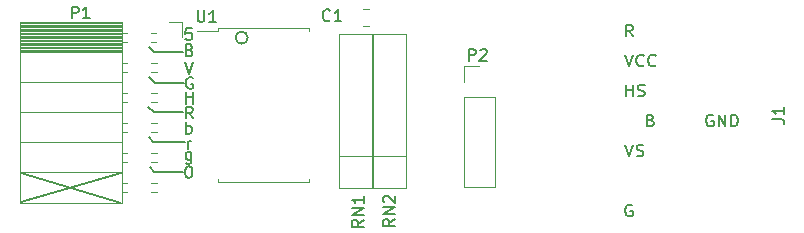
<source format=gto>
G04 #@! TF.GenerationSoftware,KiCad,Pcbnew,(5.1.12)-1*
G04 #@! TF.CreationDate,2021-12-03T20:04:06+01:00*
G04 #@! TF.ProjectId,buffer,62756666-6572-42e6-9b69-6361645f7063,rev?*
G04 #@! TF.SameCoordinates,Original*
G04 #@! TF.FileFunction,Legend,Top*
G04 #@! TF.FilePolarity,Positive*
%FSLAX46Y46*%
G04 Gerber Fmt 4.6, Leading zero omitted, Abs format (unit mm)*
G04 Created by KiCad (PCBNEW (5.1.12)-1) date 2021-12-03 20:04:06*
%MOMM*%
%LPD*%
G01*
G04 APERTURE LIST*
%ADD10C,0.150000*%
%ADD11C,0.120000*%
G04 APERTURE END LIST*
D10*
X79553904Y-48582960D02*
X79458666Y-48535340D01*
X79315809Y-48535340D01*
X79172952Y-48582960D01*
X79077714Y-48678198D01*
X79030095Y-48773436D01*
X78982476Y-48963912D01*
X78982476Y-49106769D01*
X79030095Y-49297245D01*
X79077714Y-49392483D01*
X79172952Y-49487721D01*
X79315809Y-49535340D01*
X79411047Y-49535340D01*
X79553904Y-49487721D01*
X79601523Y-49440102D01*
X79601523Y-49106769D01*
X79411047Y-49106769D01*
X78990476Y-43455340D02*
X79323809Y-44455340D01*
X79657142Y-43455340D01*
X79942857Y-44407721D02*
X80085714Y-44455340D01*
X80323809Y-44455340D01*
X80419047Y-44407721D01*
X80466666Y-44360102D01*
X80514285Y-44264864D01*
X80514285Y-44169626D01*
X80466666Y-44074388D01*
X80419047Y-44026769D01*
X80323809Y-43979150D01*
X80133333Y-43931531D01*
X80038095Y-43883912D01*
X79990476Y-43836293D01*
X79942857Y-43741055D01*
X79942857Y-43645817D01*
X79990476Y-43550579D01*
X80038095Y-43502960D01*
X80133333Y-43455340D01*
X80371428Y-43455340D01*
X80514285Y-43502960D01*
X86404095Y-40962960D02*
X86308857Y-40915340D01*
X86166000Y-40915340D01*
X86023142Y-40962960D01*
X85927904Y-41058198D01*
X85880285Y-41153436D01*
X85832666Y-41343912D01*
X85832666Y-41486769D01*
X85880285Y-41677245D01*
X85927904Y-41772483D01*
X86023142Y-41867721D01*
X86166000Y-41915340D01*
X86261238Y-41915340D01*
X86404095Y-41867721D01*
X86451714Y-41820102D01*
X86451714Y-41486769D01*
X86261238Y-41486769D01*
X86880285Y-41915340D02*
X86880285Y-40915340D01*
X87451714Y-41915340D01*
X87451714Y-40915340D01*
X87927904Y-41915340D02*
X87927904Y-40915340D01*
X88166000Y-40915340D01*
X88308857Y-40962960D01*
X88404095Y-41058198D01*
X88451714Y-41153436D01*
X88499333Y-41343912D01*
X88499333Y-41486769D01*
X88451714Y-41677245D01*
X88404095Y-41772483D01*
X88308857Y-41867721D01*
X88166000Y-41915340D01*
X87927904Y-41915340D01*
X81141428Y-41391531D02*
X81284285Y-41439150D01*
X81331904Y-41486769D01*
X81379523Y-41582007D01*
X81379523Y-41724864D01*
X81331904Y-41820102D01*
X81284285Y-41867721D01*
X81189047Y-41915340D01*
X80808095Y-41915340D01*
X80808095Y-40915340D01*
X81141428Y-40915340D01*
X81236666Y-40962960D01*
X81284285Y-41010579D01*
X81331904Y-41105817D01*
X81331904Y-41201055D01*
X81284285Y-41296293D01*
X81236666Y-41343912D01*
X81141428Y-41391531D01*
X80808095Y-41391531D01*
X79038095Y-39375340D02*
X79038095Y-38375340D01*
X79038095Y-38851531D02*
X79609523Y-38851531D01*
X79609523Y-39375340D02*
X79609523Y-38375340D01*
X80038095Y-39327721D02*
X80180952Y-39375340D01*
X80419047Y-39375340D01*
X80514285Y-39327721D01*
X80561904Y-39280102D01*
X80609523Y-39184864D01*
X80609523Y-39089626D01*
X80561904Y-38994388D01*
X80514285Y-38946769D01*
X80419047Y-38899150D01*
X80228571Y-38851531D01*
X80133333Y-38803912D01*
X80085714Y-38756293D01*
X80038095Y-38661055D01*
X80038095Y-38565817D01*
X80085714Y-38470579D01*
X80133333Y-38422960D01*
X80228571Y-38375340D01*
X80466666Y-38375340D01*
X80609523Y-38422960D01*
X78974666Y-35835340D02*
X79308000Y-36835340D01*
X79641333Y-35835340D01*
X80546095Y-36740102D02*
X80498476Y-36787721D01*
X80355619Y-36835340D01*
X80260380Y-36835340D01*
X80117523Y-36787721D01*
X80022285Y-36692483D01*
X79974666Y-36597245D01*
X79927047Y-36406769D01*
X79927047Y-36263912D01*
X79974666Y-36073436D01*
X80022285Y-35978198D01*
X80117523Y-35882960D01*
X80260380Y-35835340D01*
X80355619Y-35835340D01*
X80498476Y-35882960D01*
X80546095Y-35930579D01*
X81546095Y-36740102D02*
X81498476Y-36787721D01*
X81355619Y-36835340D01*
X81260380Y-36835340D01*
X81117523Y-36787721D01*
X81022285Y-36692483D01*
X80974666Y-36597245D01*
X80927047Y-36406769D01*
X80927047Y-36263912D01*
X80974666Y-36073436D01*
X81022285Y-35978198D01*
X81117523Y-35882960D01*
X81260380Y-35835340D01*
X81355619Y-35835340D01*
X81498476Y-35882960D01*
X81546095Y-35930579D01*
X79601523Y-34295340D02*
X79268190Y-33819150D01*
X79030095Y-34295340D02*
X79030095Y-33295340D01*
X79411047Y-33295340D01*
X79506285Y-33342960D01*
X79553904Y-33390579D01*
X79601523Y-33485817D01*
X79601523Y-33628674D01*
X79553904Y-33723912D01*
X79506285Y-33771531D01*
X79411047Y-33819150D01*
X79030095Y-33819150D01*
X47016782Y-34400960D02*
G75*
G03*
X47016782Y-34400960I-514782J0D01*
G01*
X27780800Y-48320960D02*
X36315200Y-45882560D01*
X27780800Y-45831760D02*
X36315200Y-48371760D01*
X39083800Y-45755560D02*
X41496800Y-45755560D01*
X38702800Y-45349160D02*
X39083800Y-45755560D01*
X39541000Y-43215560D02*
X41700000Y-43215560D01*
X39617200Y-38237160D02*
X41598400Y-38237160D01*
X39566400Y-40726360D02*
X41547600Y-40726360D01*
X39058400Y-35620960D02*
X41573000Y-35620960D01*
X38626600Y-35189160D02*
X39058400Y-35620960D01*
X39033000Y-43215560D02*
X38626600Y-42809160D01*
X39541000Y-43215560D02*
X39033000Y-43215560D01*
X39058400Y-40726360D02*
X38601200Y-40269160D01*
X39566400Y-40726360D02*
X39058400Y-40726360D01*
X39134600Y-38237160D02*
X38626600Y-37729160D01*
X39617200Y-38237160D02*
X39134600Y-38237160D01*
X41933371Y-43794940D02*
X41933371Y-43128274D01*
X41933371Y-43318750D02*
X41980990Y-43223512D01*
X42028609Y-43175893D01*
X42123847Y-43128274D01*
X42219085Y-43128274D01*
X42365123Y-41229540D02*
X42031790Y-40753350D01*
X41793695Y-41229540D02*
X41793695Y-40229540D01*
X42174647Y-40229540D01*
X42269885Y-40277160D01*
X42317504Y-40324779D01*
X42365123Y-40420017D01*
X42365123Y-40562874D01*
X42317504Y-40658112D01*
X42269885Y-40705731D01*
X42174647Y-40753350D01*
X41793695Y-40753350D01*
X42342904Y-37787960D02*
X42247666Y-37740340D01*
X42104809Y-37740340D01*
X41961952Y-37787960D01*
X41866714Y-37883198D01*
X41819095Y-37978436D01*
X41771476Y-38168912D01*
X41771476Y-38311769D01*
X41819095Y-38502245D01*
X41866714Y-38597483D01*
X41961952Y-38692721D01*
X42104809Y-38740340D01*
X42200047Y-38740340D01*
X42342904Y-38692721D01*
X42390523Y-38645102D01*
X42390523Y-38311769D01*
X42200047Y-38311769D01*
X41969880Y-45284140D02*
X42065119Y-45284140D01*
X42160357Y-45331760D01*
X42207976Y-45379379D01*
X42255595Y-45474617D01*
X42303214Y-45665093D01*
X42303214Y-45903188D01*
X42255595Y-46093664D01*
X42207976Y-46188902D01*
X42160357Y-46236521D01*
X42065119Y-46284140D01*
X41969880Y-46284140D01*
X41874642Y-46236521D01*
X41827023Y-46188902D01*
X41779404Y-46093664D01*
X41731785Y-45903188D01*
X41731785Y-45665093D01*
X41779404Y-45474617D01*
X41827023Y-45379379D01*
X41874642Y-45331760D01*
X41969880Y-45284140D01*
X42101628Y-35447931D02*
X42244485Y-35495550D01*
X42292104Y-35543169D01*
X42339723Y-35638407D01*
X42339723Y-35781264D01*
X42292104Y-35876502D01*
X42244485Y-35924121D01*
X42149247Y-35971740D01*
X41768295Y-35971740D01*
X41768295Y-34971740D01*
X42101628Y-34971740D01*
X42196866Y-35019360D01*
X42244485Y-35066979D01*
X42292104Y-35162217D01*
X42292104Y-35257455D01*
X42244485Y-35352693D01*
X42196866Y-35400312D01*
X42101628Y-35447931D01*
X41768295Y-35447931D01*
X42244485Y-44068074D02*
X42244485Y-44877598D01*
X42196866Y-44972836D01*
X42149247Y-45020455D01*
X42054009Y-45068074D01*
X41911152Y-45068074D01*
X41815914Y-45020455D01*
X42244485Y-44687121D02*
X42149247Y-44734740D01*
X41958771Y-44734740D01*
X41863533Y-44687121D01*
X41815914Y-44639502D01*
X41768295Y-44544264D01*
X41768295Y-44258550D01*
X41815914Y-44163312D01*
X41863533Y-44115693D01*
X41958771Y-44068074D01*
X42149247Y-44068074D01*
X42244485Y-44115693D01*
X41790514Y-42524940D02*
X41790514Y-41524940D01*
X41790514Y-41905893D02*
X41885752Y-41858274D01*
X42076228Y-41858274D01*
X42171466Y-41905893D01*
X42219085Y-41953512D01*
X42266704Y-42048750D01*
X42266704Y-42334464D01*
X42219085Y-42429702D01*
X42171466Y-42477321D01*
X42076228Y-42524940D01*
X41885752Y-42524940D01*
X41790514Y-42477321D01*
X41795285Y-39984940D02*
X41795285Y-38984940D01*
X41795285Y-39461131D02*
X42366714Y-39461131D01*
X42366714Y-39984940D02*
X42366714Y-38984940D01*
X41722266Y-36444940D02*
X42055600Y-37444940D01*
X42388933Y-36444940D01*
X42268295Y-33600140D02*
X41792104Y-33600140D01*
X41744485Y-34076331D01*
X41792104Y-34028712D01*
X41887342Y-33981093D01*
X42125438Y-33981093D01*
X42220676Y-34028712D01*
X42268295Y-34076331D01*
X42315914Y-34171569D01*
X42315914Y-34409664D01*
X42268295Y-34504902D01*
X42220676Y-34552521D01*
X42125438Y-34600140D01*
X41887342Y-34600140D01*
X41792104Y-34552521D01*
X41744485Y-34504902D01*
D11*
X65287400Y-47060160D02*
X67947400Y-47060160D01*
X65287400Y-39380160D02*
X65287400Y-47060160D01*
X67947400Y-39380160D02*
X67947400Y-47060160D01*
X65287400Y-39380160D02*
X67947400Y-39380160D01*
X65287400Y-38110160D02*
X65287400Y-36780160D01*
X65287400Y-36780160D02*
X66617400Y-36780160D01*
X54778000Y-44409360D02*
X57578000Y-44409360D01*
X54778000Y-34079360D02*
X54778000Y-47119360D01*
X57578000Y-34079360D02*
X54778000Y-34079360D01*
X57578000Y-47119360D02*
X57578000Y-34079360D01*
X54778000Y-47119360D02*
X57578000Y-47119360D01*
X40353800Y-33046360D02*
X41463800Y-33046360D01*
X41463800Y-33046360D02*
X41463800Y-34376360D01*
X27723800Y-33046360D02*
X27723800Y-48406360D01*
X27723800Y-48406360D02*
X36353800Y-48406360D01*
X36353800Y-33046360D02*
X36353800Y-48406360D01*
X27723800Y-33046360D02*
X36353800Y-33046360D01*
X27723800Y-45806360D02*
X36353800Y-45806360D01*
X27723800Y-43266360D02*
X36353800Y-43266360D01*
X27723800Y-40726360D02*
X36353800Y-40726360D01*
X27723800Y-38186360D02*
X36353800Y-38186360D01*
X27723800Y-35646360D02*
X36353800Y-35646360D01*
X38863800Y-47436360D02*
X39303800Y-47436360D01*
X36353800Y-47436360D02*
X36763800Y-47436360D01*
X38863800Y-46716360D02*
X39303800Y-46716360D01*
X36353800Y-46716360D02*
X36763800Y-46716360D01*
X38863800Y-44896360D02*
X39303800Y-44896360D01*
X36353800Y-44896360D02*
X36763800Y-44896360D01*
X38863800Y-44176360D02*
X39303800Y-44176360D01*
X36353800Y-44176360D02*
X36763800Y-44176360D01*
X38863800Y-42356360D02*
X39303800Y-42356360D01*
X36353800Y-42356360D02*
X36763800Y-42356360D01*
X38863800Y-41636360D02*
X39303800Y-41636360D01*
X36353800Y-41636360D02*
X36763800Y-41636360D01*
X38863800Y-39816360D02*
X39303800Y-39816360D01*
X36353800Y-39816360D02*
X36763800Y-39816360D01*
X38863800Y-39096360D02*
X39303800Y-39096360D01*
X36353800Y-39096360D02*
X36763800Y-39096360D01*
X38863800Y-37276360D02*
X39303800Y-37276360D01*
X36353800Y-37276360D02*
X36763800Y-37276360D01*
X38863800Y-36556360D02*
X39303800Y-36556360D01*
X36353800Y-36556360D02*
X36763800Y-36556360D01*
X38863800Y-34736360D02*
X39243800Y-34736360D01*
X36353800Y-34736360D02*
X36763800Y-34736360D01*
X38863800Y-34016360D02*
X39243800Y-34016360D01*
X36353800Y-34016360D02*
X36763800Y-34016360D01*
X27723800Y-35528260D02*
X36353800Y-35528260D01*
X27723800Y-35410165D02*
X36353800Y-35410165D01*
X27723800Y-35292070D02*
X36353800Y-35292070D01*
X27723800Y-35173975D02*
X36353800Y-35173975D01*
X27723800Y-35055880D02*
X36353800Y-35055880D01*
X27723800Y-34937785D02*
X36353800Y-34937785D01*
X27723800Y-34819690D02*
X36353800Y-34819690D01*
X27723800Y-34701595D02*
X36353800Y-34701595D01*
X27723800Y-34583500D02*
X36353800Y-34583500D01*
X27723800Y-34465405D02*
X36353800Y-34465405D01*
X27723800Y-34347310D02*
X36353800Y-34347310D01*
X27723800Y-34229215D02*
X36353800Y-34229215D01*
X27723800Y-34111120D02*
X36353800Y-34111120D01*
X27723800Y-33993025D02*
X36353800Y-33993025D01*
X27723800Y-33874930D02*
X36353800Y-33874930D01*
X27723800Y-33756835D02*
X36353800Y-33756835D01*
X27723800Y-33638740D02*
X36353800Y-33638740D01*
X27723800Y-33520645D02*
X36353800Y-33520645D01*
X27723800Y-33402550D02*
X36353800Y-33402550D01*
X27723800Y-33284455D02*
X36353800Y-33284455D01*
X27723800Y-33166360D02*
X36353800Y-33166360D01*
X44520200Y-33841760D02*
X42705200Y-33841760D01*
X44520200Y-33606760D02*
X44520200Y-33841760D01*
X48380200Y-33606760D02*
X44520200Y-33606760D01*
X52240200Y-33606760D02*
X52240200Y-33841760D01*
X48380200Y-33606760D02*
X52240200Y-33606760D01*
X44520200Y-46626760D02*
X44520200Y-46391760D01*
X48380200Y-46626760D02*
X44520200Y-46626760D01*
X52240200Y-46626760D02*
X52240200Y-46391760D01*
X48380200Y-46626760D02*
X52240200Y-46626760D01*
X57622800Y-47119360D02*
X60422800Y-47119360D01*
X60422800Y-47119360D02*
X60422800Y-34079360D01*
X60422800Y-34079360D02*
X57622800Y-34079360D01*
X57622800Y-34079360D02*
X57622800Y-47119360D01*
X57622800Y-44409360D02*
X60422800Y-44409360D01*
X57313252Y-31990960D02*
X56790748Y-31990960D01*
X57313252Y-33410960D02*
X56790748Y-33410960D01*
D10*
X91444380Y-41288293D02*
X92158666Y-41288293D01*
X92301523Y-41335912D01*
X92396761Y-41431150D01*
X92444380Y-41574007D01*
X92444380Y-41669245D01*
X92444380Y-40288293D02*
X92444380Y-40859721D01*
X92444380Y-40574007D02*
X91444380Y-40574007D01*
X91587238Y-40669245D01*
X91682476Y-40764483D01*
X91730095Y-40859721D01*
X65734524Y-36365440D02*
X65734524Y-35365440D01*
X66115477Y-35365440D01*
X66210715Y-35413060D01*
X66258334Y-35460679D01*
X66305953Y-35555917D01*
X66305953Y-35698774D01*
X66258334Y-35794012D01*
X66210715Y-35841631D01*
X66115477Y-35889250D01*
X65734524Y-35889250D01*
X66686905Y-35460679D02*
X66734524Y-35413060D01*
X66829762Y-35365440D01*
X67067858Y-35365440D01*
X67163096Y-35413060D01*
X67210715Y-35460679D01*
X67258334Y-35555917D01*
X67258334Y-35651155D01*
X67210715Y-35794012D01*
X66639286Y-36365440D01*
X67258334Y-36365440D01*
X56830380Y-49819836D02*
X56354190Y-50153169D01*
X56830380Y-50391264D02*
X55830380Y-50391264D01*
X55830380Y-50010312D01*
X55878000Y-49915074D01*
X55925619Y-49867455D01*
X56020857Y-49819836D01*
X56163714Y-49819836D01*
X56258952Y-49867455D01*
X56306571Y-49915074D01*
X56354190Y-50010312D01*
X56354190Y-50391264D01*
X56830380Y-49391264D02*
X55830380Y-49391264D01*
X56830380Y-48819836D01*
X55830380Y-48819836D01*
X56830380Y-47819836D02*
X56830380Y-48391264D01*
X56830380Y-48105550D02*
X55830380Y-48105550D01*
X55973238Y-48200788D01*
X56068476Y-48296026D01*
X56116095Y-48391264D01*
X32122704Y-32771340D02*
X32122704Y-31771340D01*
X32503657Y-31771340D01*
X32598895Y-31818960D01*
X32646514Y-31866579D01*
X32694133Y-31961817D01*
X32694133Y-32104674D01*
X32646514Y-32199912D01*
X32598895Y-32247531D01*
X32503657Y-32295150D01*
X32122704Y-32295150D01*
X33646514Y-32771340D02*
X33075085Y-32771340D01*
X33360800Y-32771340D02*
X33360800Y-31771340D01*
X33265561Y-31914198D01*
X33170323Y-32009436D01*
X33075085Y-32057055D01*
X42768295Y-32069140D02*
X42768295Y-32878664D01*
X42815914Y-32973902D01*
X42863533Y-33021521D01*
X42958771Y-33069140D01*
X43149247Y-33069140D01*
X43244485Y-33021521D01*
X43292104Y-32973902D01*
X43339723Y-32878664D01*
X43339723Y-32069140D01*
X44339723Y-33069140D02*
X43768295Y-33069140D01*
X44054009Y-33069140D02*
X44054009Y-32069140D01*
X43958771Y-32211998D01*
X43863533Y-32307236D01*
X43768295Y-32354855D01*
X59475180Y-49769836D02*
X58998990Y-50103169D01*
X59475180Y-50341264D02*
X58475180Y-50341264D01*
X58475180Y-49960312D01*
X58522800Y-49865074D01*
X58570419Y-49817455D01*
X58665657Y-49769836D01*
X58808514Y-49769836D01*
X58903752Y-49817455D01*
X58951371Y-49865074D01*
X58998990Y-49960312D01*
X58998990Y-50341264D01*
X59475180Y-49341264D02*
X58475180Y-49341264D01*
X59475180Y-48769836D01*
X58475180Y-48769836D01*
X58570419Y-48341264D02*
X58522800Y-48293645D01*
X58475180Y-48198407D01*
X58475180Y-47960312D01*
X58522800Y-47865074D01*
X58570419Y-47817455D01*
X58665657Y-47769836D01*
X58760895Y-47769836D01*
X58903752Y-47817455D01*
X59475180Y-48388883D01*
X59475180Y-47769836D01*
X53985333Y-32908102D02*
X53937714Y-32955721D01*
X53794857Y-33003340D01*
X53699619Y-33003340D01*
X53556761Y-32955721D01*
X53461523Y-32860483D01*
X53413904Y-32765245D01*
X53366285Y-32574769D01*
X53366285Y-32431912D01*
X53413904Y-32241436D01*
X53461523Y-32146198D01*
X53556761Y-32050960D01*
X53699619Y-32003340D01*
X53794857Y-32003340D01*
X53937714Y-32050960D01*
X53985333Y-32098579D01*
X54937714Y-33003340D02*
X54366285Y-33003340D01*
X54652000Y-33003340D02*
X54652000Y-32003340D01*
X54556761Y-32146198D01*
X54461523Y-32241436D01*
X54366285Y-32289055D01*
M02*

</source>
